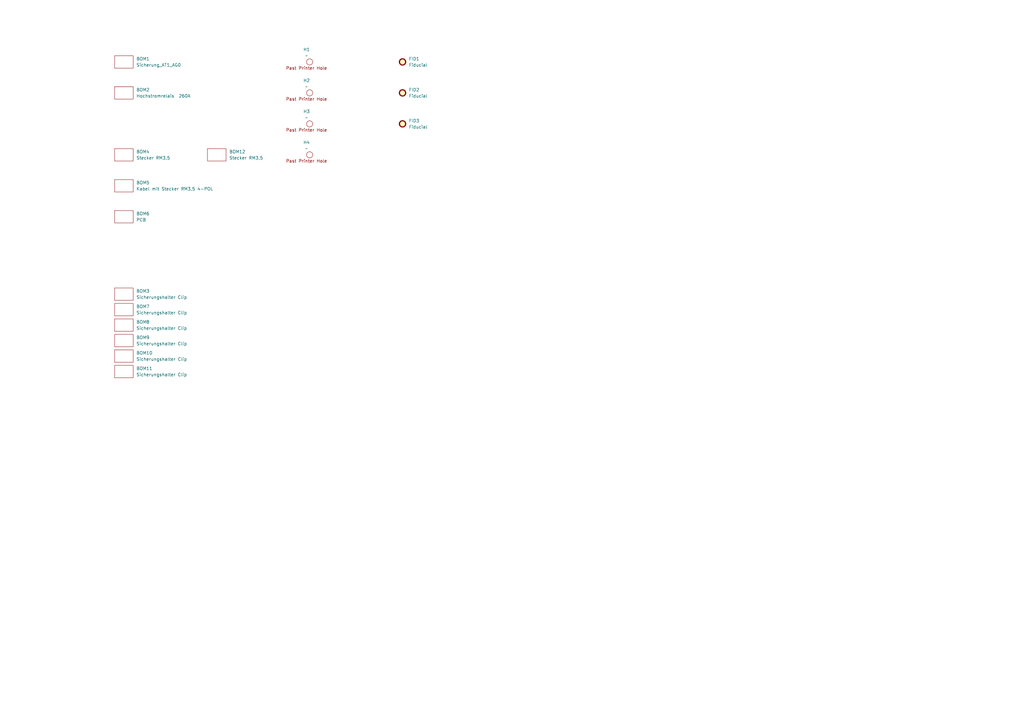
<source format=kicad_sch>
(kicad_sch
	(version 20231120)
	(generator "eeschema")
	(generator_version "8.0")
	(uuid "a32458a1-4aba-4f43-a908-dfae72e746a3")
	(paper "A3")
	(lib_symbols
		(symbol "Mechanical:Fiducial"
			(exclude_from_sim yes)
			(in_bom no)
			(on_board yes)
			(property "Reference" "FID"
				(at 0 5.08 0)
				(effects
					(font
						(size 1.27 1.27)
					)
				)
			)
			(property "Value" "Fiducial"
				(at 0 3.175 0)
				(effects
					(font
						(size 1.27 1.27)
					)
				)
			)
			(property "Footprint" ""
				(at 0 0 0)
				(effects
					(font
						(size 1.27 1.27)
					)
					(hide yes)
				)
			)
			(property "Datasheet" "~"
				(at 0 0 0)
				(effects
					(font
						(size 1.27 1.27)
					)
					(hide yes)
				)
			)
			(property "Description" "Fiducial Marker"
				(at 0 0 0)
				(effects
					(font
						(size 1.27 1.27)
					)
					(hide yes)
				)
			)
			(property "ki_keywords" "fiducial marker"
				(at 0 0 0)
				(effects
					(font
						(size 1.27 1.27)
					)
					(hide yes)
				)
			)
			(property "ki_fp_filters" "Fiducial*"
				(at 0 0 0)
				(effects
					(font
						(size 1.27 1.27)
					)
					(hide yes)
				)
			)
			(symbol "Fiducial_0_1"
				(circle
					(center 0 0)
					(radius 1.27)
					(stroke
						(width 0.508)
						(type default)
					)
					(fill
						(type background)
					)
				)
			)
		)
		(symbol "myBOM_Part:BOM-Part"
			(pin_numbers hide)
			(pin_names
				(offset 0) hide)
			(exclude_from_sim no)
			(in_bom yes)
			(on_board no)
			(property "Reference" "BOM"
				(at 0 0 0)
				(effects
					(font
						(size 1.27 1.27)
					)
				)
			)
			(property "Value" ""
				(at 0 0 0)
				(effects
					(font
						(size 1.27 1.27)
					)
				)
			)
			(property "Footprint" "myDummy:BOM-Dummy"
				(at 0 0 0)
				(effects
					(font
						(size 1.27 1.27)
					)
					(hide yes)
				)
			)
			(property "Datasheet" ""
				(at 0 0 0)
				(effects
					(font
						(size 1.27 1.27)
					)
					(hide yes)
				)
			)
			(property "Description" ""
				(at 0 0 0)
				(effects
					(font
						(size 1.27 1.27)
					)
					(hide yes)
				)
			)
			(symbol "BOM-Part_0_1"
				(rectangle
					(start -3.81 2.54)
					(end 3.81 -2.54)
					(stroke
						(width 0)
						(type default)
					)
					(fill
						(type none)
					)
				)
			)
		)
		(symbol "myMounting:mounting_past_printer"
			(exclude_from_sim no)
			(in_bom no)
			(on_board yes)
			(property "Reference" "H"
				(at 0 0 0)
				(effects
					(font
						(size 1.27 1.27)
					)
				)
			)
			(property "Value" ""
				(at 0 0 0)
				(effects
					(font
						(size 1.27 1.27)
					)
				)
			)
			(property "Footprint" "myHoles:printer_mounting_holes_1mm"
				(at 0 0 0)
				(effects
					(font
						(size 1.27 1.27)
					)
					(hide yes)
				)
			)
			(property "Datasheet" ""
				(at 0 0 0)
				(effects
					(font
						(size 1.27 1.27)
					)
					(hide yes)
				)
			)
			(property "Description" ""
				(at 0 0 0)
				(effects
					(font
						(size 1.27 1.27)
					)
					(hide yes)
				)
			)
			(symbol "mounting_past_printer_0_1"
				(circle
					(center 0 0)
					(radius 1.27)
					(stroke
						(width 0)
						(type default)
					)
					(fill
						(type none)
					)
				)
			)
			(symbol "mounting_past_printer_1_1"
				(text "Past Printer Hole\n"
					(at -1.27 -2.54 0)
					(effects
						(font
							(size 1.27 1.27)
						)
					)
				)
			)
		)
	)
	(symbol
		(lib_id "myBOM_Part:BOM-Part")
		(at 50.8 63.5 0)
		(unit 1)
		(exclude_from_sim no)
		(in_bom yes)
		(on_board yes)
		(dnp no)
		(fields_autoplaced yes)
		(uuid "2616c110-8163-4ccb-a3c6-a46d8b0ff2ef")
		(property "Reference" "BOM4"
			(at 55.88 62.2299 0)
			(effects
				(font
					(size 1.27 1.27)
				)
				(justify left)
			)
		)
		(property "Value" "Stecker RM3,5"
			(at 55.88 64.7699 0)
			(effects
				(font
					(size 1.27 1.27)
				)
				(justify left)
			)
		)
		(property "Footprint" "myBOM:BOM_PART_2x2mm"
			(at 50.8 63.5 0)
			(effects
				(font
					(size 1.27 1.27)
				)
				(hide yes)
			)
		)
		(property "Datasheet" ""
			(at 50.8 63.5 0)
			(effects
				(font
					(size 1.27 1.27)
				)
				(hide yes)
			)
		)
		(property "Description" "SCHRAUBKLEMME STECKER 2-POL RM3.5 VERTICAL"
			(at 50.8 63.5 0)
			(effects
				(font
					(size 1.27 1.27)
				)
				(hide yes)
			)
		)
		(property "HAN" "691361100002"
			(at 50.8 63.5 0)
			(effects
				(font
					(size 1.27 1.27)
				)
				(hide yes)
			)
		)
		(property "ECS Art#" "CON181"
			(at 50.8 63.5 0)
			(effects
				(font
					(size 1.27 1.27)
				)
				(hide yes)
			)
		)
		(property "Hersteller" "WÜRTH"
			(at 50.8 63.5 0)
			(effects
				(font
					(size 1.27 1.27)
				)
				(hide yes)
			)
		)
		(instances
			(project ""
				(path "/c138cc6a-756d-4318-83c4-a5413b81ee5f"
					(reference "BOM4")
					(unit 1)
				)
				(path "/c138cc6a-756d-4318-83c4-a5413b81ee5f/ed5c3467-b27a-45f1-8f58-e67286f004f2"
					(reference "BOM4")
					(unit 1)
				)
			)
		)
	)
	(symbol
		(lib_id "myMounting:mounting_past_printer")
		(at 127 50.8 0)
		(unit 1)
		(exclude_from_sim no)
		(in_bom no)
		(on_board yes)
		(dnp no)
		(fields_autoplaced yes)
		(uuid "29ddfdfc-82d8-4eee-a630-cc4f4479e7c5")
		(property "Reference" "H3"
			(at 125.73 45.72 0)
			(effects
				(font
					(size 1.27 1.27)
				)
			)
		)
		(property "Value" "~"
			(at 125.73 48.26 0)
			(effects
				(font
					(size 1.27 1.27)
				)
			)
		)
		(property "Footprint" "myHoles:printer_mounting_holes_1mm"
			(at 127 50.8 0)
			(effects
				(font
					(size 1.27 1.27)
				)
				(hide yes)
			)
		)
		(property "Datasheet" ""
			(at 127 50.8 0)
			(effects
				(font
					(size 1.27 1.27)
				)
				(hide yes)
			)
		)
		(property "Description" "Pastendrucker Ausrichtung"
			(at 127 50.8 0)
			(effects
				(font
					(size 1.27 1.27)
				)
				(hide yes)
			)
		)
		(property "ECS Art#" "---"
			(at 127 50.8 0)
			(effects
				(font
					(size 1.27 1.27)
				)
				(hide yes)
			)
		)
		(property "HAN" "---"
			(at 127 50.8 0)
			(effects
				(font
					(size 1.27 1.27)
				)
				(hide yes)
			)
		)
		(property "Hersteller" "---"
			(at 127 50.8 0)
			(effects
				(font
					(size 1.27 1.27)
				)
				(hide yes)
			)
		)
		(instances
			(project "protection"
				(path "/c138cc6a-756d-4318-83c4-a5413b81ee5f/ed5c3467-b27a-45f1-8f58-e67286f004f2"
					(reference "H3")
					(unit 1)
				)
			)
		)
	)
	(symbol
		(lib_id "myMounting:mounting_past_printer")
		(at 127 63.5 0)
		(unit 1)
		(exclude_from_sim no)
		(in_bom no)
		(on_board yes)
		(dnp no)
		(fields_autoplaced yes)
		(uuid "3c7f5937-2357-40c9-b4f8-7bd0bf910cc7")
		(property "Reference" "H4"
			(at 125.73 58.42 0)
			(effects
				(font
					(size 1.27 1.27)
				)
			)
		)
		(property "Value" "~"
			(at 125.73 60.96 0)
			(effects
				(font
					(size 1.27 1.27)
				)
			)
		)
		(property "Footprint" "myHoles:printer_mounting_holes_1mm"
			(at 127 63.5 0)
			(effects
				(font
					(size 1.27 1.27)
				)
				(hide yes)
			)
		)
		(property "Datasheet" ""
			(at 127 63.5 0)
			(effects
				(font
					(size 1.27 1.27)
				)
				(hide yes)
			)
		)
		(property "Description" "Pastendrucker Ausrichtung"
			(at 127 63.5 0)
			(effects
				(font
					(size 1.27 1.27)
				)
				(hide yes)
			)
		)
		(property "ECS Art#" "---"
			(at 127 63.5 0)
			(effects
				(font
					(size 1.27 1.27)
				)
				(hide yes)
			)
		)
		(property "HAN" "---"
			(at 127 63.5 0)
			(effects
				(font
					(size 1.27 1.27)
				)
				(hide yes)
			)
		)
		(property "Hersteller" "---"
			(at 127 63.5 0)
			(effects
				(font
					(size 1.27 1.27)
				)
				(hide yes)
			)
		)
		(instances
			(project "protection"
				(path "/c138cc6a-756d-4318-83c4-a5413b81ee5f/ed5c3467-b27a-45f1-8f58-e67286f004f2"
					(reference "H4")
					(unit 1)
				)
			)
		)
	)
	(symbol
		(lib_id "myBOM_Part:BOM-Part")
		(at 50.8 133.35 0)
		(unit 1)
		(exclude_from_sim no)
		(in_bom yes)
		(on_board yes)
		(dnp no)
		(fields_autoplaced yes)
		(uuid "43bb3fb6-cec6-4ce4-85fb-c9949cf82fb2")
		(property "Reference" "BOM8"
			(at 55.88 132.0799 0)
			(effects
				(font
					(size 1.27 1.27)
				)
				(justify left)
			)
		)
		(property "Value" "Sicherungshalter Clip"
			(at 55.88 134.6199 0)
			(effects
				(font
					(size 1.27 1.27)
				)
				(justify left)
			)
		)
		(property "Footprint" "myBOM:BOM_PART_2x2mm"
			(at 50.8 133.35 0)
			(effects
				(font
					(size 1.27 1.27)
				)
				(hide yes)
			)
		)
		(property "Datasheet" ""
			(at 50.8 133.35 0)
			(effects
				(font
					(size 1.27 1.27)
				)
				(hide yes)
			)
		)
		(property "Description" "SI HALTER PRINT EINZELCLIP FÜR SI 6,3X32 HOCHSTROM"
			(at 50.8 133.35 0)
			(effects
				(font
					(size 1.27 1.27)
				)
				(hide yes)
			)
		)
		(property "HAN" "01220088Z"
			(at 50.8 133.35 0)
			(effects
				(font
					(size 1.27 1.27)
				)
				(hide yes)
			)
		)
		(property "ECS Art#" "EM001"
			(at 50.8 133.35 0)
			(effects
				(font
					(size 1.27 1.27)
				)
				(hide yes)
			)
		)
		(property "Hersteller" "Littlefuse"
			(at 50.8 133.35 0)
			(effects
				(font
					(size 1.27 1.27)
				)
				(hide yes)
			)
		)
		(instances
			(project "protection"
				(path "/c138cc6a-756d-4318-83c4-a5413b81ee5f/ed5c3467-b27a-45f1-8f58-e67286f004f2"
					(reference "BOM8")
					(unit 1)
				)
			)
		)
	)
	(symbol
		(lib_id "myBOM_Part:BOM-Part")
		(at 50.8 146.05 0)
		(unit 1)
		(exclude_from_sim no)
		(in_bom yes)
		(on_board yes)
		(dnp no)
		(fields_autoplaced yes)
		(uuid "4c772032-53c7-4e86-9ff8-161a6ddc1add")
		(property "Reference" "BOM10"
			(at 55.88 144.7799 0)
			(effects
				(font
					(size 1.27 1.27)
				)
				(justify left)
			)
		)
		(property "Value" "Sicherungshalter Clip"
			(at 55.88 147.3199 0)
			(effects
				(font
					(size 1.27 1.27)
				)
				(justify left)
			)
		)
		(property "Footprint" "myBOM:BOM_PART_2x2mm"
			(at 50.8 146.05 0)
			(effects
				(font
					(size 1.27 1.27)
				)
				(hide yes)
			)
		)
		(property "Datasheet" ""
			(at 50.8 146.05 0)
			(effects
				(font
					(size 1.27 1.27)
				)
				(hide yes)
			)
		)
		(property "Description" "SI HALTER PRINT EINZELCLIP FÜR SI 6,3X32 HOCHSTROM"
			(at 50.8 146.05 0)
			(effects
				(font
					(size 1.27 1.27)
				)
				(hide yes)
			)
		)
		(property "HAN" "01220088Z"
			(at 50.8 146.05 0)
			(effects
				(font
					(size 1.27 1.27)
				)
				(hide yes)
			)
		)
		(property "ECS Art#" "EM001"
			(at 50.8 146.05 0)
			(effects
				(font
					(size 1.27 1.27)
				)
				(hide yes)
			)
		)
		(property "Hersteller" "Littlefuse"
			(at 50.8 146.05 0)
			(effects
				(font
					(size 1.27 1.27)
				)
				(hide yes)
			)
		)
		(instances
			(project "protection"
				(path "/c138cc6a-756d-4318-83c4-a5413b81ee5f/ed5c3467-b27a-45f1-8f58-e67286f004f2"
					(reference "BOM10")
					(unit 1)
				)
			)
		)
	)
	(symbol
		(lib_id "Mechanical:Fiducial")
		(at 165.1 50.8 0)
		(unit 1)
		(exclude_from_sim yes)
		(in_bom no)
		(on_board yes)
		(dnp no)
		(fields_autoplaced yes)
		(uuid "535193aa-5fab-4f3a-8460-3c75aebe69e7")
		(property "Reference" "FID3"
			(at 167.64 49.5299 0)
			(effects
				(font
					(size 1.27 1.27)
				)
				(justify left)
			)
		)
		(property "Value" "Fiducial"
			(at 167.64 52.0699 0)
			(effects
				(font
					(size 1.27 1.27)
				)
				(justify left)
			)
		)
		(property "Footprint" "Fiducial:Fiducial_1mm_Mask3mm"
			(at 165.1 50.8 0)
			(effects
				(font
					(size 1.27 1.27)
				)
				(hide yes)
			)
		)
		(property "Datasheet" "~"
			(at 165.1 50.8 0)
			(effects
				(font
					(size 1.27 1.27)
				)
				(hide yes)
			)
		)
		(property "Description" "Fiducial Marker"
			(at 165.1 50.8 0)
			(effects
				(font
					(size 1.27 1.27)
				)
				(hide yes)
			)
		)
		(property "ECS Art#" "---"
			(at 165.1 50.8 0)
			(effects
				(font
					(size 1.27 1.27)
				)
				(hide yes)
			)
		)
		(property "HAN" "---"
			(at 165.1 50.8 0)
			(effects
				(font
					(size 1.27 1.27)
				)
				(hide yes)
			)
		)
		(property "Hersteller" "---"
			(at 165.1 50.8 0)
			(effects
				(font
					(size 1.27 1.27)
				)
				(hide yes)
			)
		)
		(instances
			(project "protection"
				(path "/c138cc6a-756d-4318-83c4-a5413b81ee5f/ed5c3467-b27a-45f1-8f58-e67286f004f2"
					(reference "FID3")
					(unit 1)
				)
			)
		)
	)
	(symbol
		(lib_id "myBOM_Part:BOM-Part")
		(at 50.8 152.4 0)
		(unit 1)
		(exclude_from_sim no)
		(in_bom yes)
		(on_board yes)
		(dnp no)
		(fields_autoplaced yes)
		(uuid "6be3fc5d-05b8-47f8-853d-5ee39d4400c1")
		(property "Reference" "BOM11"
			(at 55.88 151.1299 0)
			(effects
				(font
					(size 1.27 1.27)
				)
				(justify left)
			)
		)
		(property "Value" "Sicherungshalter Clip"
			(at 55.88 153.6699 0)
			(effects
				(font
					(size 1.27 1.27)
				)
				(justify left)
			)
		)
		(property "Footprint" "myBOM:BOM_PART_2x2mm"
			(at 50.8 152.4 0)
			(effects
				(font
					(size 1.27 1.27)
				)
				(hide yes)
			)
		)
		(property "Datasheet" ""
			(at 50.8 152.4 0)
			(effects
				(font
					(size 1.27 1.27)
				)
				(hide yes)
			)
		)
		(property "Description" "SI HALTER PRINT EINZELCLIP FÜR SI 6,3X32 HOCHSTROM"
			(at 50.8 152.4 0)
			(effects
				(font
					(size 1.27 1.27)
				)
				(hide yes)
			)
		)
		(property "HAN" "01220088Z"
			(at 50.8 152.4 0)
			(effects
				(font
					(size 1.27 1.27)
				)
				(hide yes)
			)
		)
		(property "ECS Art#" "EM001"
			(at 50.8 152.4 0)
			(effects
				(font
					(size 1.27 1.27)
				)
				(hide yes)
			)
		)
		(property "Hersteller" "Littlefuse"
			(at 50.8 152.4 0)
			(effects
				(font
					(size 1.27 1.27)
				)
				(hide yes)
			)
		)
		(instances
			(project "protection"
				(path "/c138cc6a-756d-4318-83c4-a5413b81ee5f/ed5c3467-b27a-45f1-8f58-e67286f004f2"
					(reference "BOM11")
					(unit 1)
				)
			)
		)
	)
	(symbol
		(lib_id "myBOM_Part:BOM-Part")
		(at 50.8 38.1 0)
		(unit 1)
		(exclude_from_sim no)
		(in_bom yes)
		(on_board yes)
		(dnp no)
		(fields_autoplaced yes)
		(uuid "7b942edd-aee4-4dd1-ac24-8d08c872cf5a")
		(property "Reference" "BOM2"
			(at 55.88 36.8299 0)
			(effects
				(font
					(size 1.27 1.27)
				)
				(justify left)
			)
		)
		(property "Value" "Hochstromrelais  260A"
			(at 55.88 39.3699 0)
			(effects
				(font
					(size 1.27 1.27)
				)
				(justify left)
			)
		)
		(property "Footprint" "myBOM:BOM_PART_2x2mm"
			(at 50.8 38.1 0)
			(effects
				(font
					(size 1.27 1.27)
				)
				(hide yes)
			)
		)
		(property "Datasheet" ""
			(at 50.8 38.1 0)
			(effects
				(font
					(size 1.27 1.27)
				)
				(hide yes)
			)
		)
		(property "Description" "V23130-C2021-A412 RELAIS BI-STABIL 12V 190A"
			(at 50.8 38.1 0)
			(effects
				(font
					(size 1.27 1.27)
				)
				(hide yes)
			)
		)
		(property "HAN" "1-1414939-4"
			(at 50.8 38.1 0)
			(effects
				(font
					(size 1.27 1.27)
				)
				(hide yes)
			)
		)
		(property "ECS Art#" "EM111"
			(at 50.8 38.1 0)
			(effects
				(font
					(size 1.27 1.27)
				)
				(hide yes)
			)
		)
		(property "Hersteller" "TE"
			(at 50.8 38.1 0)
			(effects
				(font
					(size 1.27 1.27)
				)
				(hide yes)
			)
		)
		(instances
			(project "protection"
				(path "/c138cc6a-756d-4318-83c4-a5413b81ee5f/ed5c3467-b27a-45f1-8f58-e67286f004f2"
					(reference "BOM2")
					(unit 1)
				)
			)
		)
	)
	(symbol
		(lib_id "myBOM_Part:BOM-Part")
		(at 50.8 88.9 0)
		(unit 1)
		(exclude_from_sim no)
		(in_bom yes)
		(on_board yes)
		(dnp no)
		(fields_autoplaced yes)
		(uuid "8011104b-5aae-4b02-b1bb-ccdfc32fe882")
		(property "Reference" "BOM6"
			(at 55.88 87.6299 0)
			(effects
				(font
					(size 1.27 1.27)
				)
				(justify left)
			)
		)
		(property "Value" "PCB"
			(at 55.88 90.1699 0)
			(effects
				(font
					(size 1.27 1.27)
				)
				(justify left)
			)
		)
		(property "Footprint" "myBOM:BOM_PART_2x2mm"
			(at 50.8 88.9 0)
			(effects
				(font
					(size 1.27 1.27)
				)
				(hide yes)
			)
		)
		(property "Datasheet" ""
			(at 50.8 88.9 0)
			(effects
				(font
					(size 1.27 1.27)
				)
				(hide yes)
			)
		)
		(property "Description" "ECS_SMART_PROTECT_LP"
			(at 50.8 88.9 0)
			(effects
				(font
					(size 1.27 1.27)
				)
				(hide yes)
			)
		)
		(property "HAN" ""
			(at 50.8 88.9 0)
			(effects
				(font
					(size 1.27 1.27)
				)
				(hide yes)
			)
		)
		(property "ECS Art#" "PT091"
			(at 50.8 88.9 0)
			(effects
				(font
					(size 1.27 1.27)
				)
				(hide yes)
			)
		)
		(property "Hersteller" "JLCPCB"
			(at 50.8 88.9 0)
			(effects
				(font
					(size 1.27 1.27)
				)
				(hide yes)
			)
		)
		(instances
			(project "protection"
				(path "/c138cc6a-756d-4318-83c4-a5413b81ee5f/ed5c3467-b27a-45f1-8f58-e67286f004f2"
					(reference "BOM6")
					(unit 1)
				)
			)
		)
	)
	(symbol
		(lib_id "myBOM_Part:BOM-Part")
		(at 50.8 127 0)
		(unit 1)
		(exclude_from_sim no)
		(in_bom yes)
		(on_board yes)
		(dnp no)
		(fields_autoplaced yes)
		(uuid "8a1d9c5b-7dc9-43ec-8d48-a9ee12e1c88a")
		(property "Reference" "BOM7"
			(at 55.88 125.7299 0)
			(effects
				(font
					(size 1.27 1.27)
				)
				(justify left)
			)
		)
		(property "Value" "Sicherungshalter Clip"
			(at 55.88 128.2699 0)
			(effects
				(font
					(size 1.27 1.27)
				)
				(justify left)
			)
		)
		(property "Footprint" "myBOM:BOM_PART_2x2mm"
			(at 50.8 127 0)
			(effects
				(font
					(size 1.27 1.27)
				)
				(hide yes)
			)
		)
		(property "Datasheet" ""
			(at 50.8 127 0)
			(effects
				(font
					(size 1.27 1.27)
				)
				(hide yes)
			)
		)
		(property "Description" "SI HALTER PRINT EINZELCLIP FÜR SI 6,3X32 HOCHSTROM"
			(at 50.8 127 0)
			(effects
				(font
					(size 1.27 1.27)
				)
				(hide yes)
			)
		)
		(property "HAN" "01220088Z"
			(at 50.8 127 0)
			(effects
				(font
					(size 1.27 1.27)
				)
				(hide yes)
			)
		)
		(property "ECS Art#" "EM001"
			(at 50.8 127 0)
			(effects
				(font
					(size 1.27 1.27)
				)
				(hide yes)
			)
		)
		(property "Hersteller" "Littlefuse"
			(at 50.8 127 0)
			(effects
				(font
					(size 1.27 1.27)
				)
				(hide yes)
			)
		)
		(instances
			(project "protection"
				(path "/c138cc6a-756d-4318-83c4-a5413b81ee5f/ed5c3467-b27a-45f1-8f58-e67286f004f2"
					(reference "BOM7")
					(unit 1)
				)
			)
		)
	)
	(symbol
		(lib_id "myBOM_Part:BOM-Part")
		(at 50.8 139.7 0)
		(unit 1)
		(exclude_from_sim no)
		(in_bom yes)
		(on_board yes)
		(dnp no)
		(fields_autoplaced yes)
		(uuid "936a54c8-77a5-44c7-9e1b-7cc4fad804de")
		(property "Reference" "BOM9"
			(at 55.88 138.4299 0)
			(effects
				(font
					(size 1.27 1.27)
				)
				(justify left)
			)
		)
		(property "Value" "Sicherungshalter Clip"
			(at 55.88 140.9699 0)
			(effects
				(font
					(size 1.27 1.27)
				)
				(justify left)
			)
		)
		(property "Footprint" "myBOM:BOM_PART_2x2mm"
			(at 50.8 139.7 0)
			(effects
				(font
					(size 1.27 1.27)
				)
				(hide yes)
			)
		)
		(property "Datasheet" ""
			(at 50.8 139.7 0)
			(effects
				(font
					(size 1.27 1.27)
				)
				(hide yes)
			)
		)
		(property "Description" "SI HALTER PRINT EINZELCLIP FÜR SI 6,3X32 HOCHSTROM"
			(at 50.8 139.7 0)
			(effects
				(font
					(size 1.27 1.27)
				)
				(hide yes)
			)
		)
		(property "HAN" "01220088Z"
			(at 50.8 139.7 0)
			(effects
				(font
					(size 1.27 1.27)
				)
				(hide yes)
			)
		)
		(property "ECS Art#" "EM001"
			(at 50.8 139.7 0)
			(effects
				(font
					(size 1.27 1.27)
				)
				(hide yes)
			)
		)
		(property "Hersteller" "Littlefuse"
			(at 50.8 139.7 0)
			(effects
				(font
					(size 1.27 1.27)
				)
				(hide yes)
			)
		)
		(instances
			(project "protection"
				(path "/c138cc6a-756d-4318-83c4-a5413b81ee5f/ed5c3467-b27a-45f1-8f58-e67286f004f2"
					(reference "BOM9")
					(unit 1)
				)
			)
		)
	)
	(symbol
		(lib_id "myBOM_Part:BOM-Part")
		(at 88.9 63.5 0)
		(unit 1)
		(exclude_from_sim no)
		(in_bom yes)
		(on_board yes)
		(dnp no)
		(fields_autoplaced yes)
		(uuid "98607142-f56c-4759-bafb-8776b2150d89")
		(property "Reference" "BOM12"
			(at 93.98 62.2299 0)
			(effects
				(font
					(size 1.27 1.27)
				)
				(justify left)
			)
		)
		(property "Value" "Stecker RM3,5"
			(at 93.98 64.7699 0)
			(effects
				(font
					(size 1.27 1.27)
				)
				(justify left)
			)
		)
		(property "Footprint" "myBOM:BOM_PART_2x2mm"
			(at 88.9 63.5 0)
			(effects
				(font
					(size 1.27 1.27)
				)
				(hide yes)
			)
		)
		(property "Datasheet" ""
			(at 88.9 63.5 0)
			(effects
				(font
					(size 1.27 1.27)
				)
				(hide yes)
			)
		)
		(property "Description" "SCHRAUBKLEMME STECKER 2-POL RM3.5 VERTICAL"
			(at 88.9 63.5 0)
			(effects
				(font
					(size 1.27 1.27)
				)
				(hide yes)
			)
		)
		(property "HAN" "691361100002"
			(at 88.9 63.5 0)
			(effects
				(font
					(size 1.27 1.27)
				)
				(hide yes)
			)
		)
		(property "ECS Art#" "CON181"
			(at 88.9 63.5 0)
			(effects
				(font
					(size 1.27 1.27)
				)
				(hide yes)
			)
		)
		(property "Hersteller" "WÜRTH"
			(at 88.9 63.5 0)
			(effects
				(font
					(size 1.27 1.27)
				)
				(hide yes)
			)
		)
		(instances
			(project "protection"
				(path "/c138cc6a-756d-4318-83c4-a5413b81ee5f/ed5c3467-b27a-45f1-8f58-e67286f004f2"
					(reference "BOM12")
					(unit 1)
				)
			)
		)
	)
	(symbol
		(lib_id "myBOM_Part:BOM-Part")
		(at 50.8 76.2 0)
		(unit 1)
		(exclude_from_sim no)
		(in_bom yes)
		(on_board yes)
		(dnp no)
		(fields_autoplaced yes)
		(uuid "a00d96bd-adc9-433b-8696-5005c69294b4")
		(property "Reference" "BOM5"
			(at 55.88 74.9299 0)
			(effects
				(font
					(size 1.27 1.27)
				)
				(justify left)
			)
		)
		(property "Value" "Kabel mit Stecker RM3,5 4-POL"
			(at 55.88 77.4699 0)
			(effects
				(font
					(size 1.27 1.27)
				)
				(justify left)
			)
		)
		(property "Footprint" "myBOM:BOM_PART_2x2mm"
			(at 50.8 76.2 0)
			(effects
				(font
					(size 1.27 1.27)
				)
				(hide yes)
			)
		)
		(property "Datasheet" ""
			(at 50.8 76.2 0)
			(effects
				(font
					(size 1.27 1.27)
				)
				(hide yes)
			)
		)
		(property "Description" "KAB_30_4 Kabel mit Stecker RM2,54m 4-POL 30cm"
			(at 50.8 76.2 0)
			(effects
				(font
					(size 1.27 1.27)
				)
				(hide yes)
			)
		)
		(property "HAN" "PS4"
			(at 50.8 76.2 0)
			(effects
				(font
					(size 1.27 1.27)
				)
				(hide yes)
			)
		)
		(property "ECS Art#" "KA143"
			(at 50.8 76.2 0)
			(effects
				(font
					(size 1.27 1.27)
				)
				(hide yes)
			)
		)
		(property "Hersteller" "econ"
			(at 50.8 76.2 0)
			(effects
				(font
					(size 1.27 1.27)
				)
				(hide yes)
			)
		)
		(instances
			(project "protection"
				(path "/c138cc6a-756d-4318-83c4-a5413b81ee5f/ed5c3467-b27a-45f1-8f58-e67286f004f2"
					(reference "BOM5")
					(unit 1)
				)
			)
		)
	)
	(symbol
		(lib_id "myBOM_Part:BOM-Part")
		(at 50.8 120.65 0)
		(unit 1)
		(exclude_from_sim no)
		(in_bom yes)
		(on_board yes)
		(dnp no)
		(fields_autoplaced yes)
		(uuid "be59525e-0bd5-4b76-844b-3f04ced82cd4")
		(property "Reference" "BOM3"
			(at 55.88 119.3799 0)
			(effects
				(font
					(size 1.27 1.27)
				)
				(justify left)
			)
		)
		(property "Value" "Sicherungshalter Clip"
			(at 55.88 121.9199 0)
			(effects
				(font
					(size 1.27 1.27)
				)
				(justify left)
			)
		)
		(property "Footprint" "myBOM:BOM_PART_2x2mm"
			(at 50.8 120.65 0)
			(effects
				(font
					(size 1.27 1.27)
				)
				(hide yes)
			)
		)
		(property "Datasheet" ""
			(at 50.8 120.65 0)
			(effects
				(font
					(size 1.27 1.27)
				)
				(hide yes)
			)
		)
		(property "Description" "SI HALTER PRINT EINZELCLIP FÜR SI 6,3X32 HOCHSTROM"
			(at 50.8 120.65 0)
			(effects
				(font
					(size 1.27 1.27)
				)
				(hide yes)
			)
		)
		(property "HAN" "01220088Z"
			(at 50.8 120.65 0)
			(effects
				(font
					(size 1.27 1.27)
				)
				(hide yes)
			)
		)
		(property "ECS Art#" "EM001"
			(at 50.8 120.65 0)
			(effects
				(font
					(size 1.27 1.27)
				)
				(hide yes)
			)
		)
		(property "Hersteller" "Littlefuse"
			(at 50.8 120.65 0)
			(effects
				(font
					(size 1.27 1.27)
				)
				(hide yes)
			)
		)
		(instances
			(project "protection"
				(path "/c138cc6a-756d-4318-83c4-a5413b81ee5f/ed5c3467-b27a-45f1-8f58-e67286f004f2"
					(reference "BOM3")
					(unit 1)
				)
			)
		)
	)
	(symbol
		(lib_id "myMounting:mounting_past_printer")
		(at 127 25.4 0)
		(unit 1)
		(exclude_from_sim no)
		(in_bom no)
		(on_board yes)
		(dnp no)
		(fields_autoplaced yes)
		(uuid "dc26554d-c7a1-4a56-a422-4af1c0dd198a")
		(property "Reference" "H1"
			(at 125.73 20.32 0)
			(effects
				(font
					(size 1.27 1.27)
				)
			)
		)
		(property "Value" "~"
			(at 125.73 22.86 0)
			(effects
				(font
					(size 1.27 1.27)
				)
			)
		)
		(property "Footprint" "myHoles:printer_mounting_holes_1mm"
			(at 127 25.4 0)
			(effects
				(font
					(size 1.27 1.27)
				)
				(hide yes)
			)
		)
		(property "Datasheet" ""
			(at 127 25.4 0)
			(effects
				(font
					(size 1.27 1.27)
				)
				(hide yes)
			)
		)
		(property "Description" "Pastendrucker Ausrichtung"
			(at 127 25.4 0)
			(effects
				(font
					(size 1.27 1.27)
				)
				(hide yes)
			)
		)
		(property "ECS Art#" "---"
			(at 127 25.4 0)
			(effects
				(font
					(size 1.27 1.27)
				)
				(hide yes)
			)
		)
		(property "HAN" "---"
			(at 127 25.4 0)
			(effects
				(font
					(size 1.27 1.27)
				)
				(hide yes)
			)
		)
		(property "Hersteller" "---"
			(at 127 25.4 0)
			(effects
				(font
					(size 1.27 1.27)
				)
				(hide yes)
			)
		)
		(instances
			(project ""
				(path "/c138cc6a-756d-4318-83c4-a5413b81ee5f/ed5c3467-b27a-45f1-8f58-e67286f004f2"
					(reference "H1")
					(unit 1)
				)
			)
		)
	)
	(symbol
		(lib_id "Mechanical:Fiducial")
		(at 165.1 38.1 0)
		(unit 1)
		(exclude_from_sim yes)
		(in_bom no)
		(on_board yes)
		(dnp no)
		(fields_autoplaced yes)
		(uuid "e24f97ca-4c48-4f03-970f-4108cf210d17")
		(property "Reference" "FID2"
			(at 167.64 36.8299 0)
			(effects
				(font
					(size 1.27 1.27)
				)
				(justify left)
			)
		)
		(property "Value" "Fiducial"
			(at 167.64 39.3699 0)
			(effects
				(font
					(size 1.27 1.27)
				)
				(justify left)
			)
		)
		(property "Footprint" "Fiducial:Fiducial_1mm_Mask3mm"
			(at 165.1 38.1 0)
			(effects
				(font
					(size 1.27 1.27)
				)
				(hide yes)
			)
		)
		(property "Datasheet" "~"
			(at 165.1 38.1 0)
			(effects
				(font
					(size 1.27 1.27)
				)
				(hide yes)
			)
		)
		(property "Description" "Fiducial Marker"
			(at 165.1 38.1 0)
			(effects
				(font
					(size 1.27 1.27)
				)
				(hide yes)
			)
		)
		(property "ECS Art#" "---"
			(at 165.1 38.1 0)
			(effects
				(font
					(size 1.27 1.27)
				)
				(hide yes)
			)
		)
		(property "HAN" "---"
			(at 165.1 38.1 0)
			(effects
				(font
					(size 1.27 1.27)
				)
				(hide yes)
			)
		)
		(property "Hersteller" "---"
			(at 165.1 38.1 0)
			(effects
				(font
					(size 1.27 1.27)
				)
				(hide yes)
			)
		)
		(instances
			(project "protection"
				(path "/c138cc6a-756d-4318-83c4-a5413b81ee5f/ed5c3467-b27a-45f1-8f58-e67286f004f2"
					(reference "FID2")
					(unit 1)
				)
			)
		)
	)
	(symbol
		(lib_id "Mechanical:Fiducial")
		(at 165.1 25.4 0)
		(unit 1)
		(exclude_from_sim yes)
		(in_bom no)
		(on_board yes)
		(dnp no)
		(fields_autoplaced yes)
		(uuid "e77d645d-ed2e-48fc-85ae-ee814f2c2163")
		(property "Reference" "FID1"
			(at 167.64 24.1299 0)
			(effects
				(font
					(size 1.27 1.27)
				)
				(justify left)
			)
		)
		(property "Value" "Fiducial"
			(at 167.64 26.6699 0)
			(effects
				(font
					(size 1.27 1.27)
				)
				(justify left)
			)
		)
		(property "Footprint" "Fiducial:Fiducial_1mm_Mask3mm"
			(at 165.1 25.4 0)
			(effects
				(font
					(size 1.27 1.27)
				)
				(hide yes)
			)
		)
		(property "Datasheet" "~"
			(at 165.1 25.4 0)
			(effects
				(font
					(size 1.27 1.27)
				)
				(hide yes)
			)
		)
		(property "Description" "Fiducial Marker"
			(at 165.1 25.4 0)
			(effects
				(font
					(size 1.27 1.27)
				)
				(hide yes)
			)
		)
		(property "ECS Art#" "---"
			(at 165.1 25.4 0)
			(effects
				(font
					(size 1.27 1.27)
				)
				(hide yes)
			)
		)
		(property "HAN" "---"
			(at 165.1 25.4 0)
			(effects
				(font
					(size 1.27 1.27)
				)
				(hide yes)
			)
		)
		(property "Hersteller" "---"
			(at 165.1 25.4 0)
			(effects
				(font
					(size 1.27 1.27)
				)
				(hide yes)
			)
		)
		(instances
			(project ""
				(path "/c138cc6a-756d-4318-83c4-a5413b81ee5f/ed5c3467-b27a-45f1-8f58-e67286f004f2"
					(reference "FID1")
					(unit 1)
				)
			)
		)
	)
	(symbol
		(lib_id "myBOM_Part:BOM-Part")
		(at 50.8 25.4 0)
		(unit 1)
		(exclude_from_sim no)
		(in_bom yes)
		(on_board yes)
		(dnp no)
		(fields_autoplaced yes)
		(uuid "e9acec90-614c-4ceb-bca1-66640bbed2a8")
		(property "Reference" "BOM1"
			(at 55.88 24.1299 0)
			(effects
				(font
					(size 1.27 1.27)
				)
				(justify left)
			)
		)
		(property "Value" "Sicherung_AT1_AG0"
			(at 55.88 26.6699 0)
			(effects
				(font
					(size 1.27 1.27)
				)
				(justify left)
			)
		)
		(property "Footprint" "myBOM:BOM_PART_2x2mm"
			(at 50.8 25.4 0)
			(effects
				(font
					(size 1.27 1.27)
				)
				(hide yes)
			)
		)
		(property "Datasheet" ""
			(at 50.8 25.4 0)
			(effects
				(font
					(size 1.27 1.27)
				)
				(hide yes)
			)
		)
		(property "Description" ""
			(at 50.8 25.4 0)
			(effects
				(font
					(size 1.27 1.27)
				)
				(hide yes)
			)
		)
		(instances
			(project "protection"
				(path "/c138cc6a-756d-4318-83c4-a5413b81ee5f/ed5c3467-b27a-45f1-8f58-e67286f004f2"
					(reference "BOM1")
					(unit 1)
				)
			)
		)
	)
	(symbol
		(lib_id "myMounting:mounting_past_printer")
		(at 127 38.1 0)
		(unit 1)
		(exclude_from_sim no)
		(in_bom no)
		(on_board yes)
		(dnp no)
		(fields_autoplaced yes)
		(uuid "f44557b2-d8e3-4bfc-bd9b-609c80aa7fe2")
		(property "Reference" "H2"
			(at 125.73 33.02 0)
			(effects
				(font
					(size 1.27 1.27)
				)
			)
		)
		(property "Value" "~"
			(at 125.73 35.56 0)
			(effects
				(font
					(size 1.27 1.27)
				)
			)
		)
		(property "Footprint" "myHoles:printer_mounting_holes_1mm"
			(at 127 38.1 0)
			(effects
				(font
					(size 1.27 1.27)
				)
				(hide yes)
			)
		)
		(property "Datasheet" ""
			(at 127 38.1 0)
			(effects
				(font
					(size 1.27 1.27)
				)
				(hide yes)
			)
		)
		(property "Description" "Pastendrucker Ausrichtung"
			(at 127 38.1 0)
			(effects
				(font
					(size 1.27 1.27)
				)
				(hide yes)
			)
		)
		(property "ECS Art#" "---"
			(at 127 38.1 0)
			(effects
				(font
					(size 1.27 1.27)
				)
				(hide yes)
			)
		)
		(property "HAN" "---"
			(at 127 38.1 0)
			(effects
				(font
					(size 1.27 1.27)
				)
				(hide yes)
			)
		)
		(property "Hersteller" "---"
			(at 127 38.1 0)
			(effects
				(font
					(size 1.27 1.27)
				)
				(hide yes)
			)
		)
		(instances
			(project "protection"
				(path "/c138cc6a-756d-4318-83c4-a5413b81ee5f/ed5c3467-b27a-45f1-8f58-e67286f004f2"
					(reference "H2")
					(unit 1)
				)
			)
		)
	)
)

</source>
